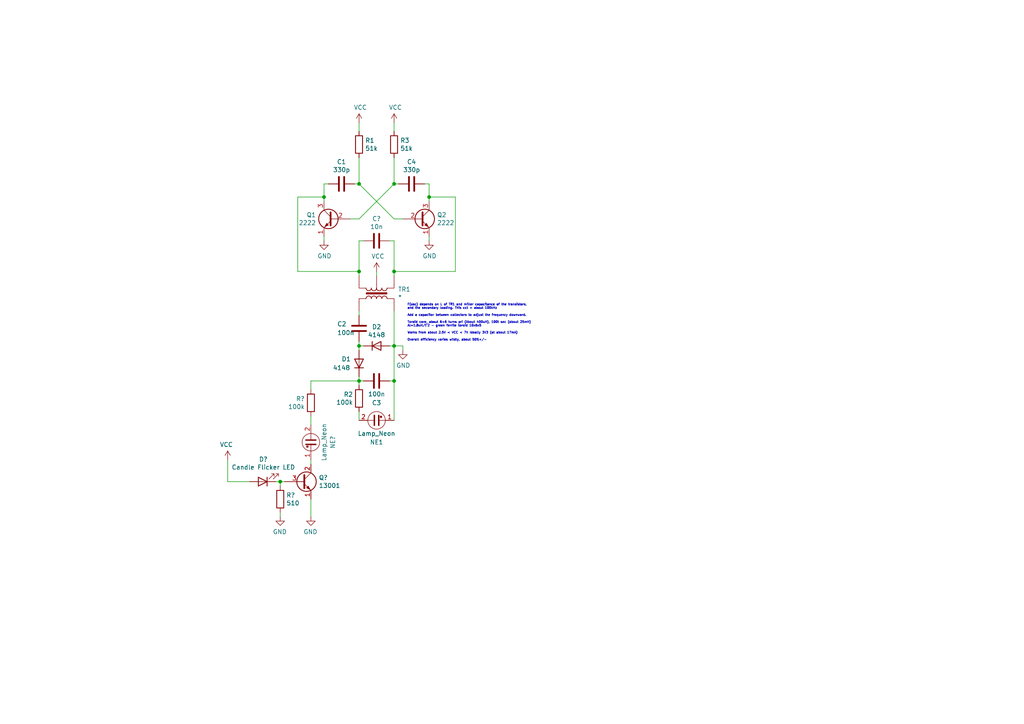
<source format=kicad_sch>
(kicad_sch (version 20211123) (generator eeschema)
  (paper "A4")
  (lib_symbols
    (symbol "Device:C" (pin_numbers hide) (pin_names (offset 0.254))
      (property "Reference" "C" (at 0.635 2.54 0))
      (property "Value" "C" (at 0.635 -2.54 0))
      (symbol "C_0_1"
        (polyline (pts (xy -2.032 -0.762) (xy 2.032 -0.762)) (stroke (width 0.508)))
        (polyline (pts (xy -2.032 0.762) (xy 2.032 0.762)) (stroke (width 0.508)))
      )
      (symbol "C_1_1"
        (pin passive line (at 0 3.81 270) (length 2.794) (name "~") (number "1"))
        (pin passive line (at 0 -3.81 90) (length 2.794) (name "~") (number "2"))
      )
    )
    (symbol "Device:D" (pin_numbers hide) (pin_names (offset 1.016) hide)
      (property "Reference" "D" (at 0 2.54 0))
      (property "Value" "D" (at 0 -2.54 0))
      (symbol "D_0_1"
        (polyline (pts (xy -1.27 1.27) (xy -1.27 -1.27)) (stroke (width 0.254)))
        (polyline (pts (xy 1.27 0) (xy -1.27 0)))
        (polyline (pts (xy 1.27 1.27) (xy 1.27 -1.27) (xy -1.27 0) (xy 1.27 1.27)) (stroke (width 0.254)))
      )
      (symbol "D_1_1"
        (pin passive line (at -3.81 0 0) (length 2.54) (name "K") (number "1"))
        (pin passive line (at 3.81 0 180) (length 2.54) (name "A") (number "2"))
      )
    )
    (symbol "Device:LED" (pin_numbers hide) (pin_names (offset 1.016) hide)
      (property "Reference" "D" (at 0 2.54 0))
      (property "Value" "LED" (at 0 -2.54 0))
      (symbol "LED_0_1"
        (polyline (pts (xy -1.27 -1.27) (xy -1.27 1.27)) (stroke (width 0.254)))
        (polyline (pts (xy -1.27 0) (xy 1.27 0)))
        (polyline (pts (xy 1.27 -1.27) (xy 1.27 1.27) (xy -1.27 0) (xy 1.27 -1.27)) (stroke (width 0.254)))
        (polyline (pts (xy -3.048 -0.762) (xy -4.572 -2.286) (xy -3.81 -2.286) (xy -4.572 -2.286) (xy -4.572 -1.524)))
        (polyline (pts (xy -1.778 -0.762) (xy -3.302 -2.286) (xy -2.54 -2.286) (xy -3.302 -2.286) (xy -3.302 -1.524)))
      )
      (symbol "LED_1_1"
        (pin passive line (at -3.81 0 0) (length 2.54) (name "K") (number "1"))
        (pin passive line (at 3.81 0 180) (length 2.54) (name "A") (number "2"))
      )
    )
    (symbol "Device:Lamp_Neon" (pin_names (offset 0.0254) hide)
      (property "Reference" "NE" (at 0.635 3.81 0))
      (property "Value" "Lamp_Neon" (at 0.635 -3.81 0))
      (symbol "Lamp_Neon_0_1"
        (rectangle (start -1.524 -0.508) (end 1.524 -0.762) (fill (type outline)))
        (rectangle (start -1.524 0.762) (end 1.524 0.508) (fill (type outline)))
        (polyline (pts (xy 0 -2.54) (xy 0 -0.762)))
        (polyline (pts (xy 0 0.762) (xy 0 2.54)))
        (circle (center 0 0) (radius 2.54))
        (circle (center 1.016 -1.27) (radius 0.254) (fill (type outline)))
      )
      (symbol "Lamp_Neon_1_1"
        (pin passive line (at 0 -5.08 90) (length 2.54) (name "~") (number "1"))
        (pin passive line (at 0 5.08 270) (length 2.54) (name "~") (number "2"))
      )
    )
    (symbol "Device:Q_NPN_EBC" (pin_names (offset 0) hide)
      (property "Reference" "Q" (at 5.08 1.27 0))
      (property "Value" "Q_NPN_EBC" (at 5.08 -1.27 0))
      (symbol "Q_NPN_EBC_0_1"
        (polyline (pts (xy 0.635 0.635) (xy 2.54 2.54)))
        (polyline (pts (xy 0.635 -0.635) (xy 2.54 -2.54) (xy 2.54 -2.54)))
        (polyline (pts (xy 0.635 1.905) (xy 0.635 -1.905) (xy 0.635 -1.905)) (stroke (width 0.508)))
        (polyline (pts (xy 1.27 -1.778) (xy 1.778 -1.27) (xy 2.286 -2.286) (xy 1.27 -1.778) (xy 1.27 -1.778)) (fill (type outline)))
        (circle (center 1.27 0) (radius 2.8194) (stroke (width 0.254)))
      )
      (symbol "Q_NPN_EBC_1_1"
        (pin passive line (at 2.54 -5.08 90) (length 2.54) (name "E") (number "1"))
        (pin passive line (at -5.08 0 0) (length 5.715) (name "B") (number "2"))
        (pin passive line (at 2.54 5.08 270) (length 2.54) (name "C") (number "3"))
      )
    )
    (symbol "Device:Q_NPN_ECB" (pin_names (offset 0) hide)
      (property "Reference" "Q" (at 5.08 1.27 0))
      (property "Value" "Q_NPN_ECB" (at 5.08 -1.27 0))
      (symbol "Q_NPN_ECB_0_1"
        (polyline (pts (xy 0.635 0.635) (xy 2.54 2.54)))
        (polyline (pts (xy 0.635 -0.635) (xy 2.54 -2.54) (xy 2.54 -2.54)))
        (polyline (pts (xy 0.635 1.905) (xy 0.635 -1.905) (xy 0.635 -1.905)) (stroke (width 0.508)))
        (polyline (pts (xy 1.27 -1.778) (xy 1.778 -1.27) (xy 2.286 -2.286) (xy 1.27 -1.778) (xy 1.27 -1.778)) (fill (type outline)))
        (circle (center 1.27 0) (radius 2.8194) (stroke (width 0.254)))
      )
      (symbol "Q_NPN_ECB_1_1"
        (pin passive line (at 2.54 -5.08 90) (length 2.54) (name "E") (number "1"))
        (pin passive line (at 2.54 5.08 270) (length 2.54) (name "C") (number "2"))
        (pin passive line (at -5.08 0 0) (length 5.715) (name "B") (number "3"))
      )
    )
    (symbol "Device:R" (pin_numbers hide) (pin_names (offset 0))
      (property "Reference" "R" (at 2.032 0 90))
      (property "Value" "R" (at 0 0 90))
      (symbol "R_0_1"
        (rectangle (start -1.016 -2.54) (end 1.016 2.54) (stroke (width 0.254)))
      )
      (symbol "R_1_1"
        (pin passive line (at 0 3.81 270) (length 1.27) (name "~") (number "1"))
        (pin passive line (at 0 -3.81 90) (length 1.27) (name "~") (number "2"))
      )
    )
    (symbol "Transformer:TRANSF4" (pin_numbers hide) (pin_names (offset 0))
      (property "Reference" "TR" (at 0 6.35 0))
      (property "Value" "TRANSF4" (at 0 -6.35 0))
      (symbol "TRANSF4_0_1"
        (arc (start -1.524 -3.048) (mid -0.762 -2.286) (end -1.524 -1.524) (stroke (width 0.2032)))
        (arc (start -1.524 -1.524) (mid -0.762 -0.762) (end -1.524 0) (stroke (width 0.2032)))
        (arc (start -1.524 0) (mid -0.762 0.762) (end -1.524 1.524) (stroke (width 0.2032)))
        (arc (start -1.524 1.524) (mid -0.762 2.286) (end -1.524 3.048) (stroke (width 0.2032)))
        (rectangle (start -0.254 3.048) (end 0.254 -3.048) (stroke (width 0.0254)) (fill (type outline)))
        (polyline (pts (xy -1.524 0) (xy -2.54 0) (xy -2.54 0)) (fill (type outline)))
        (polyline (pts (xy -2.54 5.08) (xy -1.524 5.08) (xy -1.524 3.048) (xy -1.524 3.048)) (stroke (width 0.1524)))
        (polyline (pts (xy -1.524 -3.048) (xy -1.524 -5.08) (xy -2.54 -5.08) (xy -2.54 -5.08)) (stroke (width 0.1524)))
        (polyline (pts (xy 1.524 3.048) (xy 1.524 5.08) (xy 2.54 5.08) (xy 2.54 5.08)) (stroke (width 0.1524)))
        (polyline (pts (xy 2.54 -5.08) (xy 1.524 -5.08) (xy 1.524 -3.048) (xy 1.524 -3.048)) (stroke (width 0.1524)))
        (arc (start 1.524 -1.524) (mid 0.762 -2.286) (end 1.524 -3.048) (stroke (width 0.2032)))
        (arc (start 1.524 0) (mid 0.762 -0.762) (end 1.524 -1.524) (stroke (width 0.2032)))
        (arc (start 1.524 1.524) (mid 0.762 0.762) (end 1.524 0) (stroke (width 0.2032)))
        (arc (start 1.524 3.048) (mid 0.762 2.286) (end 1.524 1.524) (stroke (width 0.2032)))
      )
      (symbol "TRANSF4_1_1"
        (pin passive line (at -5.08 5.08 0) (length 2.54) (name "~") (number "1"))
        (pin passive line (at -5.08 0 0) (length 2.54) (name "~") (number "2"))
        (pin passive line (at -5.08 -5.08 0) (length 2.54) (name "~") (number "3"))
        (pin passive line (at 5.08 -5.08 180) (length 2.54) (name "~") (number "4"))
        (pin passive line (at 5.08 5.08 180) (length 2.54) (name "~") (number "5"))
      )
    )
    (symbol "power:GND" (power) (pin_names (offset 0))
      (property "Value" "GND" (at 0 -3.81 0))
      (symbol "GND_0_1"
        (polyline (pts (xy 0 0) (xy 0 -1.27) (xy 1.27 -1.27) (xy 0 -2.54) (xy -1.27 -1.27) (xy 0 -1.27)))
      )
      (symbol "GND_1_1"
        (pin power_in line (at 0 0 270) (length 0) hide (name "GND") (number "1"))
      )
    )
    (symbol "power:VCC" (power) (pin_names (offset 0))
      (property "Value" "VCC" (at 0 3.81 0))
      (symbol "VCC_0_1"
        (polyline (pts (xy -0.762 1.27) (xy 0 2.54)))
        (polyline (pts (xy 0 0) (xy 0 2.54)))
        (polyline (pts (xy 0 2.54) (xy 0.762 1.27)))
      )
      (symbol "VCC_1_1"
        (pin power_in line (at 0 0 90) (length 0) hide (name "VCC") (number "1"))
      )
    )
  )
  (junction (at 114.3 100.33))
  (junction (at 104.14 78.74))
  (junction (at 114.3 78.74))
  (junction (at 104.14 110.49))
  (junction (at 104.14 53.34))
  (junction (at 104.14 100.33))
  (junction (at 93.98 57.15))
  (junction (at 114.3 110.49))
  (junction (at 114.3 53.34))
  (junction (at 81.28 139.7))
  (junction (at 124.46 57.15))
  (wire (pts (xy 82.55 139.7) (xy 81.28 139.7)))
  (wire (pts (xy 104.14 111.76) (xy 104.14 110.49)))
  (wire (pts (xy 124.46 57.15) (xy 124.46 58.42)))
  (wire (pts (xy 86.36 78.74) (xy 104.14 78.74)))
  (wire (pts (xy 124.46 57.15) (xy 132.08 57.15)))
  (wire (pts (xy 66.04 139.7) (xy 66.04 133.35)))
  (wire (pts (xy 104.14 78.74) (xy 104.14 80.01)))
  (wire (pts (xy 132.08 78.74) (xy 132.08 57.15)))
  (wire (pts (xy 113.03 69.85) (xy 114.3 69.85)))
  (wire (pts (xy 123.19 53.34) (xy 124.46 53.34)))
  (wire (pts (xy 114.3 90.17) (xy 114.3 100.33)))
  (wire (pts (xy 104.14 109.22) (xy 104.14 110.49)))
  (wire (pts (xy 95.25 53.34) (xy 93.98 53.34)))
  (wire (pts (xy 114.3 53.34) (xy 115.57 53.34)))
  (wire (pts (xy 104.14 100.33) (xy 104.14 101.6)))
  (wire (pts (xy 104.14 69.85) (xy 105.41 69.85)))
  (wire (pts (xy 81.28 139.7) (xy 81.28 140.97)))
  (wire (pts (xy 90.17 144.78) (xy 90.17 149.86)))
  (wire (pts (xy 93.98 53.34) (xy 93.98 57.15)))
  (wire (pts (xy 104.14 63.5) (xy 114.3 53.34)))
  (wire (pts (xy 114.3 121.92) (xy 114.3 110.49)))
  (wire (pts (xy 124.46 69.85) (xy 124.46 68.58)))
  (wire (pts (xy 81.28 139.7) (xy 80.01 139.7)))
  (wire (pts (xy 114.3 110.49) (xy 113.03 110.49)))
  (wire (pts (xy 93.98 57.15) (xy 93.98 58.42)))
  (wire (pts (xy 104.14 35.56) (xy 104.14 38.1)))
  (wire (pts (xy 86.36 57.15) (xy 86.36 78.74)))
  (wire (pts (xy 114.3 100.33) (xy 116.84 100.33)))
  (wire (pts (xy 90.17 113.03) (xy 90.17 110.49)))
  (wire (pts (xy 90.17 133.35) (xy 90.17 134.62)))
  (wire (pts (xy 104.14 110.49) (xy 105.41 110.49)))
  (wire (pts (xy 114.3 69.85) (xy 114.3 78.74)))
  (wire (pts (xy 93.98 57.15) (xy 86.36 57.15)))
  (wire (pts (xy 114.3 100.33) (xy 114.3 110.49)))
  (wire (pts (xy 72.39 139.7) (xy 66.04 139.7)))
  (wire (pts (xy 104.14 53.34) (xy 102.87 53.34)))
  (wire (pts (xy 90.17 120.65) (xy 90.17 123.19)))
  (wire (pts (xy 114.3 78.74) (xy 132.08 78.74)))
  (wire (pts (xy 109.22 78.74) (xy 109.22 80.01)))
  (wire (pts (xy 104.14 69.85) (xy 104.14 78.74)))
  (wire (pts (xy 116.84 63.5) (xy 114.3 63.5)))
  (wire (pts (xy 90.17 110.49) (xy 104.14 110.49)))
  (wire (pts (xy 101.6 63.5) (xy 104.14 63.5)))
  (wire (pts (xy 114.3 100.33) (xy 113.03 100.33)))
  (wire (pts (xy 104.14 45.72) (xy 104.14 53.34)))
  (wire (pts (xy 105.41 100.33) (xy 104.14 100.33)))
  (wire (pts (xy 114.3 63.5) (xy 104.14 53.34)))
  (wire (pts (xy 114.3 80.01) (xy 114.3 78.74)))
  (wire (pts (xy 81.28 148.59) (xy 81.28 149.86)))
  (wire (pts (xy 104.14 119.38) (xy 104.14 121.92)))
  (wire (pts (xy 114.3 35.56) (xy 114.3 38.1)))
  (wire (pts (xy 124.46 53.34) (xy 124.46 57.15)))
  (wire (pts (xy 104.14 99.06) (xy 104.14 100.33)))
  (wire (pts (xy 114.3 45.72) (xy 114.3 53.34)))
  (wire (pts (xy 116.84 100.33) (xy 116.84 101.6)))
  (wire (pts (xy 93.98 69.85) (xy 93.98 68.58)))
  (wire (pts (xy 104.14 91.44) (xy 104.14 90.17)))
  (text "F(osc) depends on L of TR1 and miller capacitance of the transistors, \nand the secondary loading. This cct = about 100kHz\n\nAdd a capacitor between collectors to adjust the frequency downward.\n\nToroid core, about 6+6 turns pri (About 400uH), 100t sec (about 25mH)\nAl=1.8uH/t^2 - green ferrite toroid 10x6x5\n\nWorks from about 2.5V < VCC < 7V Ideally 3V3 (at about 17mA)\n\nOverall efficiency varies wildly, about 50%+/-" (at 118.11 99.06 0) (effects (font (size 0.635 0.635)) (justify left bottom)))
  (symbol (lib_id "Device:Q_NPN_EBC") (at 96.52 63.5 0) (mirror y) (unit 1)
    (property "Reference" "Q1" (at 91.6686 62.3316 0) (effects (justify left)))
    (property "Value" "2222" (at 91.6686 64.643 0) (effects (justify left)))
  )
  (symbol (lib_id "Device:Q_NPN_EBC") (at 121.92 63.5 0) (unit 1)
    (property "Reference" "Q2" (at 126.746 62.3316 0) (effects (justify left)))
    (property "Value" "2222" (at 126.746 64.643 0) (effects (justify left)))
  )
  (symbol (lib_id "Device:C") (at 99.06 53.34 270) (unit 1)
    (property "Reference" "C1" (at 99.06 46.9392 90))
    (property "Value" "330p" (at 99.06 49.2506 90))
  )
  (symbol (lib_id "Device:C") (at 119.38 53.34 270) (unit 1)
    (property "Reference" "C4" (at 119.38 46.9392 90))
    (property "Value" "330p" (at 119.38 49.2506 90))
  )
  (symbol (lib_id "Device:R") (at 114.3 41.91 0) (unit 1)
    (property "Reference" "R3" (at 116.078 40.7416 0) (effects (justify left)))
    (property "Value" "51k" (at 116.078 43.053 0) (effects (justify left)))
  )
  (symbol (lib_id "Transformer:TRANSF4") (at 109.22 85.09 270) (unit 1)
    (property "Reference" "TR1" (at 115.4176 83.9216 90) (effects (justify left)))
    (property "Value" "*" (at 115.4176 86.233 90) (effects (justify left)))
  )
  (symbol (lib_id "power:GND") (at 93.98 69.85 0) (unit 1)
    (property "Reference" "#PWR01" (effects hide))
    (property "Value" "GND" (at 94.107 74.2442 0))
  )
  (symbol (lib_id "power:GND") (at 124.46 69.85 0) (unit 1)
    (property "Reference" "#PWR05" (effects hide))
    (property "Value" "GND" (at 124.587 74.2442 0))
  )
  (symbol (lib_id "power:VCC") (at 114.3 35.56 0) (unit 1)
    (property "Reference" "#PWR04" (effects hide))
    (property "Value" "VCC" (at 114.681 31.1658 0))
  )
  (symbol (lib_id "power:VCC") (at 109.22 78.74 0) (unit 1)
    (property "Reference" "#PWR03" (effects hide))
    (property "Value" "VCC" (at 109.601 74.3458 0))
  )
  (symbol (lib_id "Device:R") (at 104.14 115.57 0) (mirror x) (unit 1)
    (property "Reference" "R2" (at 102.3874 114.4016 0) (effects (justify right)))
    (property "Value" "100k" (at 102.3874 116.713 0) (effects (justify right)))
  )
  (symbol (lib_id "Device:Lamp_Neon") (at 109.22 121.92 90) (unit 1)
    (property "Reference" "NE1" (at 109.22 128.27 90))
    (property "Value" "Lamp_Neon" (at 109.22 125.73 90))
  )
  (symbol (lib_id "Device:D") (at 109.22 100.33 0) (unit 1)
    (property "Reference" "D2" (at 109.22 94.8182 0))
    (property "Value" "4148" (at 109.22 97.1296 0))
  )
  (symbol (lib_id "Device:C") (at 104.14 95.25 0) (unit 1)
    (property "Reference" "C2" (at 97.79 93.98 0) (effects (justify left)))
    (property "Value" "100n" (at 97.79 96.52 0) (effects (justify left)))
  )
  (symbol (lib_id "Device:D") (at 104.14 105.41 90) (unit 1)
    (property "Reference" "D1" (at 99.06 104.14 90) (effects (justify right)))
    (property "Value" "4148" (at 96.52 106.68 90) (effects (justify right)))
  )
  (symbol (lib_id "Device:C") (at 109.22 110.49 270) (unit 1)
    (property "Reference" "C3" (at 109.22 116.84 90))
    (property "Value" "100n" (at 109.22 114.3 90))
  )
  (symbol (lib_id "Device:R") (at 104.14 41.91 0) (unit 1)
    (property "Reference" "R1" (at 105.918 40.7416 0) (effects (justify left)))
    (property "Value" "51k" (at 105.918 43.053 0) (effects (justify left)))
  )
  (symbol (lib_id "power:VCC") (at 104.14 35.56 0) (unit 1)
    (property "Reference" "#PWR02" (effects hide))
    (property "Value" "VCC" (at 104.521 31.1658 0))
  )
  (symbol (lib_id "Device:C") (at 109.22 69.85 270) (unit 1)
    (property "Reference" "C?" (at 109.22 63.4492 90))
    (property "Value" "10n" (at 109.22 65.7606 90))
  )
  (symbol (lib_id "Device:LED") (at 76.2 139.7 180) (unit 1)
    (property "Reference" "D?" (at 76.3778 133.223 0))
    (property "Value" "Candle Flicker LED" (at 76.3778 135.5344 0))
  )
  (symbol (lib_id "power:VCC") (at 66.04 133.35 0) (mirror y) (unit 1)
    (property "Reference" "#PWR?" (effects hide))
    (property "Value" "VCC" (at 65.659 128.9558 0))
  )
  (symbol (lib_id "Device:Q_NPN_ECB") (at 87.63 139.7 0) (unit 1)
    (property "Reference" "Q?" (at 92.456 138.5316 0) (effects (justify left)))
    (property "Value" "13001" (at 92.456 140.843 0) (effects (justify left)))
  )
  (symbol (lib_id "power:GND") (at 90.17 149.86 0) (mirror y) (unit 1)
    (property "Reference" "#PWR?" (effects hide))
    (property "Value" "GND" (at 90.043 154.2542 0))
  )
  (symbol (lib_id "Device:R") (at 81.28 144.78 180) (unit 1)
    (property "Reference" "R?" (at 83.0326 143.6116 0) (effects (justify right)))
    (property "Value" "510" (at 83.0326 145.923 0) (effects (justify right)))
  )
  (symbol (lib_id "power:GND") (at 81.28 149.86 0) (mirror y) (unit 1)
    (property "Reference" "#PWR?" (effects hide))
    (property "Value" "GND" (at 81.153 154.2542 0))
  )
  (symbol (lib_id "Device:Lamp_Neon") (at 90.17 128.27 0) (mirror y) (unit 1)
    (property "Reference" "NE?" (at 96.52 128.27 90))
    (property "Value" "Lamp_Neon" (at 93.98 128.27 90))
  )
  (symbol (lib_id "power:GND") (at 116.84 101.6 0) (unit 1)
    (property "Reference" "#PWR?" (effects hide))
    (property "Value" "GND" (at 116.967 105.9942 0))
  )
  (symbol (lib_id "Device:R") (at 90.17 116.84 0) (mirror x) (unit 1)
    (property "Reference" "R?" (at 88.4174 115.6716 0) (effects (justify right)))
    (property "Value" "100k" (at 88.4174 117.983 0) (effects (justify right)))
  )
)
</source>
